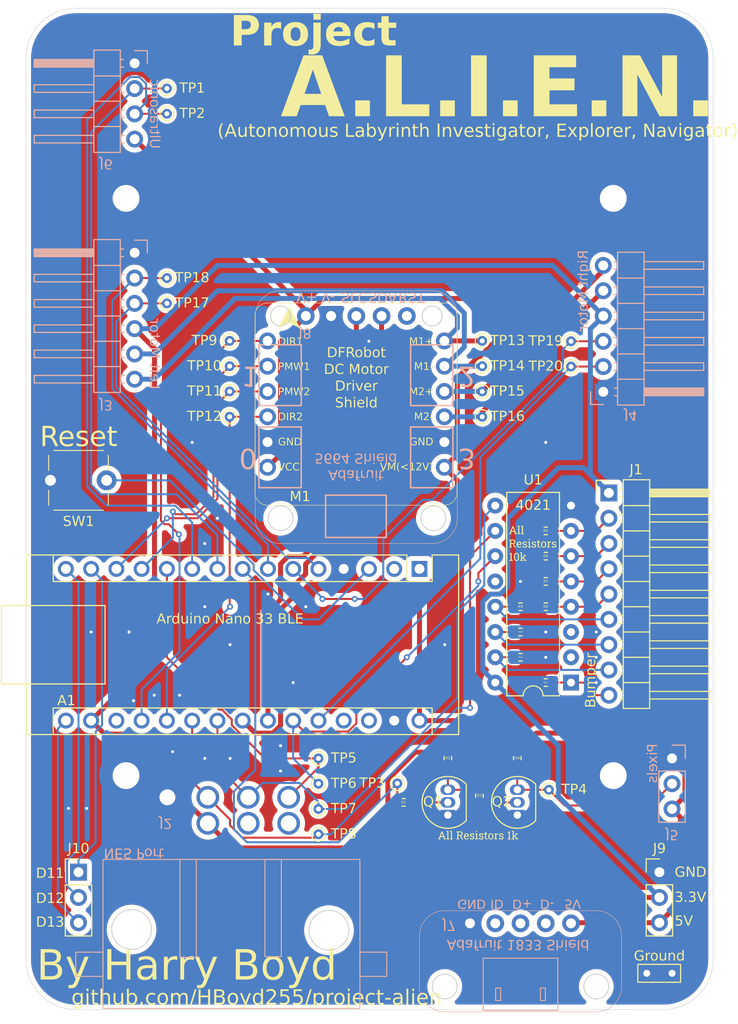
<source format=kicad_pcb>
(kicad_pcb (version 20240108) (generator "pcbnew") (generator_version "8.0")
  (title_block (title "A.L.I.E.N. Main Board") (date "2024-08-13") (rev "1.0") (comment 1 "Designed By: Harry Boyd"))
  (layers (0 "F.Cu" signal) (31 "B.Cu" signal) (34 "B.Paste" user) (35 "F.Paste" user) (36 "B.SilkS" user "B.Silkscreen") (37 "F.SilkS" user "F.Silkscreen") (38 "B.Mask" user) (39 "F.Mask" user) (44 "Edge.Cuts" user))
  (net 0 "")
  (net 1 "I2C_SCL")
  (net 3 "ENC1B")
  (net 4 "DIR1")
  (net 5 "I2C_SDA")
  (net 6 "PWM1")
  (net 8 "D12")
  (net 9 "USONIC_ECHO")
  (net 10 "+3.3V")
  (net 12 "D11")
  (net 13 "DIR2")
  (net 14 "USONIC_TRIG")
  (net 15 "PWM2")
  (net 16 "ENC2A")
  (net 17 "ENC2B")
  (net 18 "D13")
  (net 19 "Net-(A1-~{RESET}-Pad3)")
  (net 20 "ENC1A")
  (net 22 "PIXELS_DATA_3.3V")
  (net 23 "M1-")
  (net 30 "NES_DATA")
  (net 31 "BUMPER_DATA")
  (net 32 "SHIFT_REG_LOAD")
  (net 33 "SHIFT_REG_CLOCK")
  (net 34 "Net-(J1-Pin_6)")
  (net 35 "Net-(J1-Pin_8)")
  (net 36 "+5V")
  (net 37 "Net-(J1-Pin_7)")
  (net 38 "Net-(J1-Pin_2)")
  (net 39 "Net-(J1-Pin_5)")
  (net 40 "Net-(J1-Pin_3)")
  (net 41 "Net-(J1-Pin_4)")
  (net 42 "GND")
  (net 43 "M1+")
  (net 44 "M2+")
  (net 45 "M2-")
  (net 46 "PIXELS_DATA_5V")
  (net 47 "Net-(Q1-B)")
  (net 48 "Net-(Q1-C)")
  (net 49 "Net-(Q2-B)")
  (net 53 "Net-(J1-Pin_9)")
  (footprint "TestPoint:TestPoint_THTPad_D1.0mm_Drill0.5mm" (layer "F.Cu") (at 124.421974 86.321974)
    (property "Reference" "TP9")
    (property "Value" "TestPoint" (hide yes))
  )
  (footprint "Resistor_SMD:R_0402_1005Metric_Pad0.72x0.64mm_HandSolder" (layer "F.Cu") (at 156.21 107.95 180)
    (property "Reference" "R6" (hide yes))
    (property "Value" "10k" (hide yes))
  )
  (footprint "TestPoint:TestPoint_THTPad_D1.0mm_Drill0.5mm" (layer "F.Cu") (at 158.75 88.9)
    (property "Reference" "TP20")
    (property "Value" "TestPoint" (hide yes))
  )
  (footprint "TestPoint:TestPoint_THTPad_D1.0mm_Drill0.5mm" (layer "F.Cu") (at 124.421974 91.401974)
    (property "Reference" "TP11")
    (property "Value" "TestPoint" (hide yes))
  )
  (footprint "Module:Arduino_Nano" (layer "F.Cu") (at 143.51 109.23 -90)
    (property "Reference" "A1")
    (property "Value" "Arduino Nano 33 BLE")
  )
  (footprint "MountingHole:MountingHole_2.7mm_M2.5_Pad" (layer "F.Cu") (at 163 72)
    (property "Reference" "H4" (hide yes))
    (property "Value" "MountingHole_Pad" (hide yes))
  )
  (footprint "TestPoint:TestPoint_THTPad_D1.0mm_Drill0.5mm" (layer "F.Cu") (at 133.35 135.89)
    (property "Reference" "TP8")
    (property "Value" "TestPoint" (hide yes))
  )
  (footprint "Resistor_SMD:R_0402_1005Metric_Pad0.72x0.64mm_HandSolder" (layer "F.Cu") (at 141.919399 132.688321 180)
    (property "Reference" "R1" (hide yes))
    (property "Value" "1k" (hide yes))
  )
  (footprint "Resistor_SMD:R_0402_1005Metric_Pad0.72x0.64mm_HandSolder" (layer "F.Cu") (at 153.67 118.11)
    (property "Reference" "R11" (hide yes))
    (property "Value" "10k" (hide yes))
  )
  (footprint "TestPoint:TestPoint_THTPad_D1.0mm_Drill0.5mm" (layer "F.Cu") (at 124.421974 93.941974)
    (property "Reference" "TP12")
    (property "Value" "TestPoint" (hide yes))
  )
  (footprint "Resistor_SMD:R_0402_1005Metric_Pad0.72x0.64mm_HandSolder" (layer "F.Cu") (at 153.67 113.03)
    (property "Reference" "R9" (hide yes))
    (property "Value" "10k" (hide yes))
  )
  (footprint "DFRobot_DC_Motor_Driver_Shield:DFRobot_DC_Motor_Driver_Shield" (layer "F.Cu") (at 137.16 92.71)
    (property "Reference" "M1")
    (property "Value" "~" (hide yes))
  )
  (footprint "Resistor_SMD:R_0402_1005Metric_Pad0.72x0.64mm_HandSolder" (layer "F.Cu") (at 153.67 115.57)
    (property "Reference" "R10" (hide yes))
    (property "Value" "10k" (hide yes))
  )
  (footprint "TestPoint:TestPoint_THTPad_D1.0mm_Drill0.5mm" (layer "F.Cu") (at 149.821974 91.401974)
    (property "Reference" "TP15")
    (property "Value" "TestPoint" (hide yes))
  )
  (footprint "MountingHole:MountingHole_2.7mm_M2.5_Pad" (layer "F.Cu") (at 114 72)
    (property "Reference" "H1" (hide yes))
    (property "Value" "MountingHole_Pad" (hide yes))
  )
  (footprint "TestPoint:TestPoint_THTPad_D1.0mm_Drill0.5mm" (layer "F.Cu") (at 141.284399 130.783321)
    (property "Reference" "TP3")
    (property "Value" "TestPoint" (hide yes))
  )
  (footprint "MountingHole:MountingHole_2.7mm_M2.5_Pad" (layer "F.Cu") (at 163 130)
    (property "Reference" "H3" (hide yes))
    (property "Value" "MountingHole_Pad" (hide yes))
  )
  (footprint "Package_DIP:DIP-16_W7.62mm" (layer "F.Cu") (at 158.75 120.65 180)
    (property "Reference" "U1")
    (property "Value" "4021")
  )
  (footprint "Resistor_SMD:R_0402_1005Metric_Pad0.72x0.64mm_HandSolder" (layer "F.Cu") (at 156.21 113.03 180)
    (property "Reference" "R8" (hide yes))
    (property "Value" "10k" (hide yes))
  )
  (footprint "TestPoint:TestPoint_THTPad_D1.0mm_Drill0.5mm" (layer "F.Cu") (at 149.821974 93.941974)
    (property "Reference" "TP16")
    (property "Value" "TestPoint" (hide yes))
  )
  (footprint "Connector_PinHeader_2.54mm:PinHeader_1x03_P2.54mm_Vertical" (layer "F.Cu") (at 167.64 139.7)
    (property "Reference" "J9")
    (property "Value" "Voltage Breakout")
  )
  (footprint "TestPoint:TestPoint_THTPad_D1.0mm_Drill0.5mm" (layer "F.Cu") (at 118.11 63.5)
    (property "Reference" "TP2")
    (property "Value" "TestPoint" (hide yes))
  )
  (footprint "Package_TO_SOT_THT:TO-92_Inline" (layer "F.Cu") (at 153.349399 133.958321 90)
    (property "Reference" "Q2")
    (property "Value" "2N3904" (hide yes))
  )
  (footprint "TestPoint:TestPoint_THTPad_D1.0mm_Drill0.5mm" (layer "F.Cu") (at 133.35 133.35)
    (property "Reference" "TP7")
    (property "Value" "TestPoint" (hide yes))
  )
  (footprint "Resistor_SMD:R_0402_1005Metric_Pad0.72x0.64mm_HandSolder" (layer "F.Cu") (at 149.539399 132.015821 -90)
    (property "Reference" "R3" (hide yes))
    (property "Value" "1k" (hide yes))
  )
  (footprint "TestPoint:TestPoint_Bridge_Pitch2.54mm_Drill0.7mm" (layer "F.Cu") (at 166.37 149.86)
    (property "Reference" "GND1" (hide yes))
    (property "Value" "Ground")
  )
  (footprint "TestPoint:TestPoint_THTPad_D1.0mm_Drill0.5mm" (layer "F.Cu") (at 158.75 86.36)
    (property "Reference" "TP19")
    (property "Value" "TestPoint" (hide yes))
  )
  (footprint "Two_Pin_Through_Hole_Push_Button:Two_Pin_Through_Hole_Push_Button" (layer "F.Cu") (at 109.22 100.33)
    (property "Reference" "SW1")
    (property "Value" "Reset")
  )
  (footprint "TestPoint:TestPoint_THTPad_D1.0mm_Drill0.5mm" (layer "F.Cu") (at 133.35 130.81)
    (property "Reference" "TP6")
    (property "Value" "TestPoint" (hide yes))
  )
  (footprint "TestPoint:TestPoint_THTPad_D1.0mm_Drill0.5mm" (layer "F.Cu") (at 118.11 60.96)
    (property "Reference" "TP1")
    (property "Value" "TestPoint" (hide yes))
  )
  (footprint "TestPoint:TestPoint_THTPad_D1.0mm_Drill0.5mm" (layer "F.Cu") (at 133.35 128.27)
    (property "Reference" "TP5")
    (property "Value" "TestPoint" (hide yes))
  )
  (footprint "Resistor_SMD:R_0402_1005Metric_Pad0.72x0.64mm_HandSolder" (layer "F.Cu") (at 156.21 110.49 180)
    (property "Reference" "R7" (hide yes))
    (property "Value" "10k" (hide yes))
  )
  (footprint "TestPoint:TestPoint_THTPad_D1.0mm_Drill0.5mm" (layer "F.Cu") (at 156.524399 131.418321)
    (property "Reference" "TP4")
    (property "Value" "TestPoint" (hide yes))
  )
  (footprint "TestPoint:TestPoint_THTPad_D1.0mm_Drill0.5mm" (layer "F.Cu") (at 149.821974 86.321974)
    (property "Reference" "TP13")
    (property "Value" "TestPoint" (hide yes))
  )
  (footprint "MountingHole:MountingHole_2.7mm_M2.5_Pad" (layer "F.Cu") (at 114 130)
    (property "Reference" "H2" (hide yes))
    (property "Value" "MountingHole_Pad" (hide yes))
  )
  (footprint "Resistor_SMD:R_0402_1005Metric_Pad0.72x0.64mm_HandSolder" (layer "F.Cu") (at 153.349399 128.243321 -90)
    (property "Reference" "R4" (hide yes))
    (property "Value" "1k" (hide yes))
  )
  (footprint "TestPoint:TestPoint_THTPad_D1.0mm_Drill0.5mm" (layer "F.Cu") (at 149.821974 88.861974)
    (property "Reference" "TP14")
    (property "Value" "TestPoint" (hide yes))
  )
  (footprint "Resistor_SMD:R_0402_1005Metric_Pad0.72x0.64mm_HandSolder" (layer "F.Cu") (at 156.21 105.41 180)
    (property "Reference" "R5" (hide yes))
    (property "Value" "10k" (hide yes))
  )
  (footprint "TestPoint:TestPoint_THTPad_D1.0mm_Drill0.5mm" (layer "F.Cu") (at 118.11 80.01 180)
    (property "Reference" "TP18")
    (property "Value" "TestPoint" (hide yes))
  )
  (footprint "TestPoint:TestPoint_THTPad_D1.0mm_Drill0.5mm" (layer "F.Cu") (at 118.11 82.55 180)
    (property "Reference" "TP17")
    (property "Value" "TestPoint" (hide yes))
  )
  (footprint "Connector_PinHeader_2.54mm:PinHeader_1x09_P2.54mm_Horizontal" (layer "F.Cu") (at 162.56 101.6)
    (property "Reference" "J1")
    (property "Value" "Bumper ")
  )
  (footprint "Resistor_SMD:R_0402_1005Metric_Pad0.72x0.64mm_HandSolder" (layer "F.Cu") (at 156.21 120.65 180)
    (property "Reference" "R12" (hide yes))
    (property "Value" "10k" (hide yes))
  )
  (footprint "TestPoint:TestPoint_THTPad_D1.0mm_Drill0.5mm" (layer "F.Cu") (at 124.421974 88.861974)
    (property "Reference" "TP10")
    (property "Value" "TestPoint" (hide yes))
  )
  (footprint "Package_TO_SOT_THT:TO-92_Inline" (layer "F.Cu") (at 146.364399 133.958321 90)
    (property "Reference" "Q1")
    (property "Value" "2N3904" (hide yes))
  )
  (footprint "Connector_PinHeader_2.54mm:PinHeader_1x03_P2.54mm_Vertical" (layer "F.Cu") (at 109.22 139.7)
    (property "Reference" "J10")
    (property "Value" "Excess GPIO Pins")
  )
  (footprint "Resistor_SMD:R_0402_1005Metric_Pad0.72x0.64mm_HandSolder" (layer "F.Cu") (at 146.364399 128.243321 -90)
    (property "Reference" "R2" (hide yes))
    (property "Value" "1k" (hide yes))
  )
  (footprint "Connector_PinHeader_2.54mm:PinHeader_1x04_P2.54mm_Horizontal" (layer "B.Cu") (at 114.865 58.43 180)
    (property "Reference" "J6")
    (property "Value" "Ultrasonic")
  )
  (footprint "Adafruit_5664_Shield:Adafruit_5664_Shield" (layer "B.Cu") (at 137.12 93.82)
    (property "Reference" "J8")
    (property "Value" "I2C Multiplexer" (hide yes))
    (fp_circle (center -7.58 -10) (end -6.58 -10) (stroke (width 0.1)) (fill none) (layer "Edge.Cuts"))
    (fp_circle (center -7.58 10.32) (end -6.33 10.32) (stroke (width 0.1)) (fill none) (layer "Edge.Cuts"))
    (fp_circle (center 7.66 -10) (end 8.66 -10) (stroke (width 0.1)) (fill none) (layer "Edge.Cuts"))
    (fp_circle (center 7.788008 10.319406) (end 9.038008 10.319406) (stroke (width 0.1)) (fill none) (layer "Edge.Cuts"))
  )
  (footprint "Adafruit_1833_Shield:Adafruit_1833_Shield" (layer "B.Cu") (at 153.67 148.59)
    (property "Reference" "J7" (hide yes))
    (property "Value" "Micro USB" (hide yes))
    (fp_circle (center -7.619999 2.599999) (end -6.369999 2.599999) (stroke (width 0.1)) (fill none) (layer "Edge.Cuts"))
    (fp_circle (center 7.62 2.6) (end 8.87 2.6) (stroke (width 0.1)) (fill none) (layer "Edge.Cuts"))
  )
  (footprint "Connector_PinHeader_2.54mm:PinHeader_1x06_P2.54mm_Horizontal" (layer "B.Cu") (at 161.995 91.44)
    (property "Reference" "J4")
    (property "Value" "Right Motor")
  )
  (footprint "Connector_PinHeader_2.54mm:PinHeader_1x03_P2.54mm_Vertical" (layer "B.Cu") (at 168.91 128.27 180)
    (property "Reference" "J5")
    (property "Value" "Pixels")
  )
  (footprint "NES_Controller_Port:NES_Controller_Port" (layer "B.Cu") (at 124.520224 138.425679)
    (property "Reference" "J2")
    (property "Value" "~")
    (fp_circle (center -9.961073 7.037432) (end -7.961073 7.037432) (stroke (width 0.1)) (fill none) (layer "Edge.Cuts"))
    (fp_circle (center 9.88992 7.10518) (end 11.88992 7.10518) (stroke (width 0.1)) (fill none) (layer "Edge.Cuts"))
  )
  (footprint "Connector_PinHeader_2.54mm:PinHeader_1x06_P2.54mm_Horizontal" (layer "B.Cu") (at 114.865 77.47 180)
    (property "Reference" "J3")
    (property "Value" "Left Motor")
  )
  (gr_arc (start 173.05 148.5) (mid 171.585534 152.035534) (end 168.05 153.5) (stroke (width 0.05)) (layer "Edge.Cuts"))
  (gr_line (start 173.05 148.5) (end 173.05 57.9) (stroke (width 0.05)) (layer "Edge.Cuts"))
  (gr_line (start 168.05 52.9) (end 108.95 52.9) (stroke (width 0.05)) (layer "Edge.Cuts"))
  (gr_line (start 108.95 153.5) (end 168.05 153.5) (stroke (width 0.05)) (layer "Edge.Cuts"))
  (gr_arc (start 108.95 153.5) (mid 105.414466 152.035534) (end 103.95 148.5) (stroke (width 0.05)) (layer "Edge.Cuts"))
  (gr_arc (start 168.05 52.9) (mid 171.585534 54.364466) (end 173.05 57.9) (stroke (width 0.05)) (layer "Edge.Cuts"))
  (gr_arc (start 103.95 57.9) (mid 105.414466 54.364466) (end 108.95 52.9) (stroke (width 0.05)) (layer "Edge.Cuts"))
  (gr_line (start 103.95 57.9) (end 103.95 148.5) (stroke (width 0.05)) (layer "Edge.Cuts"))
  (gr_text "NES Port" (at 111.76 137.16 180) (layer "B.SilkS") (effects (font (size 1 1) (thickness 0.1)) (justify left bottom mirror)))
  (gr_text "D11" (at 104.932915 140.435562 0) (layer "F.SilkS") (effects (font (size 1 1) (thickness 0.1)) (justify left bottom)))
  (gr_text "A.L.I.E.N." (at 129.54 64.77 0) (layer "F.SilkS") (effects (font (size 6 6) (thickness 0.2) (bold yes)) (justify left bottom)))
  (gr_text "Project" (at 124.46 57.15 0) (layer "F.SilkS") (effects (font (size 3 3) (thickness 0.26) (bold yes)) (justify left bottom)))
  (gr_text "3.3V\n" (at 169.16938 142.849229 0) (layer "F.SilkS") (effects (font (size 1 1) (thickness 0.1)) (justify left bottom)))
  (gr_text "D13" (at 104.932915 145.345181 0) (layer "F.SilkS") (effects (font (size 1 1) (thickness 0.1)) (justify left bottom)))
  (gr_text "5V" (at 169.16938 145.235469 0) (layer "F.SilkS") (effects (font (size 1 1) (thickness 0.1)) (justify left bottom)))
  (gr_text "D12" (at 104.932915 142.958941 0) (layer "F.SilkS") (effects (font (size 1 1) (thickness 0.1)) (justify left bottom)))
  (gr_text "By Harry Boyd" (at 105 151 0) (layer "F.SilkS") (effects (font (size 3 3) (thickness 0.1)) (justify left bottom)))
  (gr_text "github.com/HBoyd255/project-alien" (at 108.5 153.25 0) (layer "F.SilkS") (effects (font (size 1.5 1.5) (thickness 0.1)) (justify left bottom)))
  (gr_text "(Autonomous Labyrinth Investigator, Explorer, Navigator)" (at 123.19 66.04 0) (layer "F.SilkS") (effects (font (size 1.3 1.3) (thickness 0.1)) (justify left bottom)))
  (gr_text "GND" (at 169.16938 140.32585 0) (layer "F.SilkS") (effects (font (size 1 1) (thickness 0.1)) (justify left bottom)))
  (gr_text_box "All Resistors 10k\n" (start 151.887236 104.333392) (end 154.387236 108.583392) (layer "F.SilkS") (effects (font (size 0.8 0.8) (thickness 0.1)) (justify left top)) (border no))
  (gr_text_box "All Resistors 1k" (start 144.75 135) (end 155.75 139.25) (layer "F.SilkS") (effects (font (size 0.8 0.8) (thickness 0.1)) (justify left top)) (border no))
  (segment (start 137.16 102.626116) (end 137.16 83.82) (width 0.5) (layer "F.Cu") (net 1))
  (segment (start 130.292233 107.98) (end 131.806116 107.98) (width 0.5) (layer "F.Cu") (net 1))
  (segment (start 129.54 112.307767) (end 129.54 108.732233) (width 0.5) (layer "F.Cu") (net 1))
  (segment (start 128.27 113.577767) (end 129.54 112.307767) (width 0.5) (layer "F.Cu") (net 1))
  (segment (start 131.806116 107.98) (end 137.16 102.626116) (width 0.5) (layer "F.Cu") (net 1))
  (segment (start 128.27 124.47) (end 128.27 113.577767) (width 0.5) (layer "F.Cu") (net 1))
  (segment (start 129.54 108.732233) (end 130.292233 107.98) (width 0.5) (layer "F.Cu") (net 1))
  (segment (start 118.11 80.01) (end 114.865 80.01) (width 0.2) (layer "F.Cu") (net 3))
  (segment (start 128.27 109.23) (end 128.27 106.756982) (width 0.2) (layer "B.Cu") (net 3))
  (segment (start 128.27 106.756982) (end 112.615 91.10198) (width 0.2) (layer "B.Cu") (net 3))
  (segment (start 112.615 82.26) (end 114.865 80.01) (width 0.2) (layer "B.Cu") (net 3))
  (segment (start 112.615 91.10198) (end 112.615 82.26) (width 0.2) (layer "B.Cu") (net 3))
  (segment (start 124.421974 86.321974) (end 128.231974 86.321974) (width 0.2) (layer "F.Cu") (net 4))
  (segment (start 117.861471 104.74) (end 117.51 104.388529) (width 0.2) (layer "F.Cu") (net 4))
  (segment (start 119.31 105.7625) (end 118.2875 104.74) (width 0.2) (layer "F.Cu") (net 4))
  (segment (start 117.51 93.233948) (end 124.421974 86.321974) (width 0.2) (layer "F.Cu") (net 4))
  (segment (start 118.2875 104.74) (end 117.861471 104.74) (width 0.2) (layer "F.Cu") (net 4))
  (segment (start 117.51 104.388529) (end 117.51 93.233948) (width 0.2) (layer "F.Cu") (net 4))
  (via (at 119.31 105.7625) (size 0.6) (drill 0.3) (layers "F.Cu" "B.Cu") (net 4))
  (segment (start 119.38 117.544314) (end 115.57 121.354314) (width 0.2) (layer "B.Cu") (net 4))
  (segment (start 115.57 121.354314) (end 115.57 124.47) (width 0.2) (layer "B.Cu") (net 4))
  (segment (start 119.38 105.8325) (end 119.38 117.544314) (width 0.2) (layer "B.Cu") (net 4))
  (segment (start 119.31 105.7625) (end 119.38 105.8325) (width 0.2) (layer "B.Cu") (net 4))
  (segment (start 126.99 125.73) (end 128.777767 125.73) (width 0.5) (layer "F.Cu") (net 5))
  (segment (start 129.54 113.297717) (end 130.81 112.027717) (width 0.5) (layer "F.Cu") (net 5))
  (segment (start 139.7 101.112233) (end 139.7 83.82) (width 0.5) (layer "F.Cu") (net 5))
  (segment (start 132.06 108.752233) (end 139.7 101.112233) (width 0.5) (layer "F.Cu") (net 5))
  (segment (start 132.06 109.747767) (end 132.06 108.752233) (width 0.5) (layer "F.Cu") (net 5))
  (segment (start 130.81 112.027717) (end 130.81 110.997767) (width 0.5) (layer "F.Cu") (net 5))
  (segment (start 129.54 124.967767) (end 129.54 113.297717) (width 0.5) (layer "F.Cu") (net 5))
  (segment (start 130.81 110.997767) (end 132.06 109.747767) (width 0.5) (layer "F.Cu") (net 5))
  (segment (start 128.777767 125.73) (end 129.54 124.967767) (width 0.5) (layer "F.Cu") (net 5))
  (segment (start 125.73 124.47) (end 126.99 125.73) (width 0.5) (layer "F.Cu") (net 5))
  (segment (start 121.05 103.74) (end 122.79 102) (width 0.2) (layer "F.Cu") (net 6))
  (segment (start 118.71 103.47) (end 118.98 103.74) (width 0.2) (layer "F.Cu") (net 6))
  (segment (start 128.231974 88.861974) (end 124.421974 88.861974) (width 0.2) (layer "F.Cu") (net 6))
  (segment (start 118.98 103.74) (end 121.05 103.74) (width 0.2) (layer "F.Cu") (net 6))
  (segment (start 122.79 102) (end 122.79 90.493948) (width 0.2) (layer "F.Cu") (net 6))
  (segment (start 124.421974 88.861974) (end 124.46 88.9) (width 0.2) (layer "F.Cu") (net 6))
  (segment (start 122.79 90.493948) (end 124.421974 88.861974) (width 0.2) (layer "F.Cu") (net 6))
  (via (at 118.71 103.47) (size 0.6) (drill 0.3) (layers "F.Cu" "B.Cu") (net 6))
  (segment (start 118.71 103.47) (end 118.71 106.09) (width 0.2) (layer "B.Cu") (net 6))
  (segment (start 118.71 106.09) (end 115.57 109.23) (width 0.2) (layer "B.Cu") (net 6))
  (segment (start 109.22 110.5) (end 107.95 109.23) (width 0.2) (layer "B.Cu") (net 8))
  (segment (start 109.22 142.24) (end 108.07 141.09) (width 0.2) (layer "B.Cu") (net 8))
  (segment (start 108.07 141.09) (end 108.07 138.55) (width 0.2) (layer "B.Cu") (net 8))
  (segment (start 108.07 138.55) (end 109.22 137.4) (width 0.2) (layer "B.Cu") (net 8))
  (segment (start 109.22 137.4) (end 109.22 110.5) (width 0.2) (layer "B.Cu") (net 8))
  (segment (start 116.84 60.96) (end 116.83 60.97) (width 0.2) (layer "F.Cu") (net 9))
  (segment (start 116.83 60.97) (end 114.865 60.97) (width 0.2) (layer "F.Cu") (net 9))
  (segment (start 118.11 60.96) (end 116.84 60.96) (width 0.2) (layer "F.Cu") (net 9))
  (segment (start 110.49 100.754899) (end 110.49 65.345) (width 0.2) (layer "B.Cu") (net 9))
  (segment (start 119.078529 101.73) (end 111.465101 101.73) (width 0.2) (layer "B.Cu") (net 9))
  (segment (start 110.49 65.345) (end 114.865 60.97) (width 0.2) (layer "B.Cu") (net 9))
  (segment (start 111.465101 101.73) (end 110.49 100.754899) (width 0.2) (layer "B.Cu") (net 9))
  (segment (start 123.19 105.841471) (end 119.078529 101.73) (width 0.2) (layer "B.Cu") (net 9))
  (segment (start 123.19 109.23) (end 123.19 105.841471) (width 0.2) (layer "B.Cu") (net 9))
  (segment (start 116.86 87.085) (end 114.865 85.09) (width 0.5) (layer "F.Cu") (net 10))
  (segment (start 111.845227 125.825227) (end 110.49 124.47) (width 0.5) (layer "F.Cu") (net 10))
  (segment (start 116.86 118.1) (end 116.86 87.085) (width 0.5) (layer "F.Cu") (net 10))
  (segment (start 122.226569 134.790426) (end 119.755569 132.319426) (width 0.5) (layer "F.Cu") (net 10))
  (segment (start 122.226569 134.790426) (end 124.701656 137.265513) (width 0.5) (layer "F.Cu") (net 10))
  (segment (start 140.334399 130.389818) (end 140.334399 132.925425) (width 0.5) (layer "F.Cu") (net 10))
  (segment (start 119.755569 131.300796) (end 114.28 125.825227) (width 0.5) (layer "F.Cu") (net 10))
  (segment (start 149.648974 142.24) (end 167.64 142.24) (width 0.5) (layer "F.Cu") (net 10))
  (segment (start 124.701656 137.265513) (end 135.994311 137.265513) (width 0.5) (layer "F.Cu") (net 10))
  (segment (start 135.994311 137.265513) (end 140.334399 132.925425) (width 0.5) (layer "F.Cu") (net 10))
  (segment (start 114.28 125.825227) (end 111.845227 125.825227) (width 0.5) (layer "F.Cu") (net 10))
  (segment (start 119.755569 132.319426) (end 119.755569 131.300796) (width 0.5) (layer "F.Cu") (net 10))
  (segment (start 143.078396 127.645821) (end 140.334399 130.389818) (width 0.5) (layer "F.Cu") (net 10))
  (segment (start 110.49 124.47) (end 116.86 118.1) (width 0.5) (layer "F.Cu") (net 10))
  (segment (start 146.364399 127.645821) (end 143.078396 127.645821) (width 0.5) (layer "F.Cu") (net 10))
  (segment (start 140.334399 132.925425) (end 149.648974 142.24) (width 0.5) (layer "F.Cu") (net 10))
  (segment (start 151.13 120.65) (end 157.474399 126.994399) (width 0.5) (layer "B.Cu") (net 10))
  (segment (start 151.627767 111.76) (end 152.4 110.987767) (width 0.5) (layer "B.Cu") (net 10))
  (segment (start 152.4 104.14) (end 157.48 99.06) (width 0.5) (layer "B.Cu") (net 10))
  (segment (start 151.13 120.65) (end 149.88 119.4) (width 0.5) (layer "B.Cu") (net 10))
  (segment (start 160.695 99.735) (end 160.695 85.12) (width 0.5) (layer "B.Cu") (net 10))
  (segment (start 119.06 82.943503) (end 119.06 82.87) (width 0.5) (layer "B.Cu") (net 10))
  (segment (start 160.695 85.12) (end 161.995 83.82) (width 0.5) (layer "B.Cu") (net 10))
  (segment (start 152.4 110.987767) (end 152.4 104.14) (width 0.5) (layer "B.Cu") (net 10))
  (segment (start 119.06 82.87) (end 123.19 78.74) (width 0.5) (layer "B.Cu") (net 10))
  (segment (start 116.913503 85.09) (end 119.06 82.943503) (width 0.5) (layer "B.Cu") (net 10))
  (segment (start 156.915 78.74) (end 161.995 83.82) (width 0.5) (layer "B.Cu") (net 10))
  (segment (start 150.632233 111.76) (end 151.627767 111.76) (width 0.5) (layer "B.Cu") (net 10))
  (segment (start 162.56 101.6) (end 160.695 99.735) (width 0.5) (layer "B.Cu") (net 10))
  (segment (start 160.02 99.06) (end 162.56 101.6) (width 0.5) (layer "B.Cu") (net 10))
  (segment (start 114.865 85.09) (end 116.913503 85.09) (width 0.5) (layer "B.Cu") (net 10))
  (segment (start 149.88 112.512233) (end 150.632233 111.76) (width 0.5) (layer "B.Cu") (net 10))
  (segment (start 157.48 99.06) (end 160.02 99.06) (width 0.5) (layer "B.Cu") (net 10))
  (segment (start 149.88 119.4) (end 149.88 112.512233) (width 0.5) (layer "B.Cu") (net 10))
  (segment (start 157.474399 132.074399) (end 167.64 142.24) (width 0.5) (layer "B.Cu") (net 10))
  (segment (start 123.19 78.74) (end 156.915 78.74) (width 0.5) (layer "B.Cu") (net 10))
  (segment (start 157.474399 126.994399) (end 157.474399 132.074399) (width 0.5) (layer "B.Cu") (net 10))
  (segment (start 109.22 139.7) (end 109.22 138.43) (width 0.2) (layer "B.Cu") (net 12))
  (segment (start 111.59 110.33) (end 110.49 109.23) (width 0.2) (layer "B.Cu") (net 12))
  (segment (start 109.22 138.43) (end 110.945635 136.704365) (width 0.2) (layer "B.Cu") (net 12))
  (segment (start 110.945635 136.704365) (end 110.945635 125.57) (width 0.2) (layer "B.Cu") (net 12))
  (segment (start 110.945635 125.57) (end 111.59 124.925635) (width 0.2) (layer "B.Cu") (net 12))
  (segment (start 111.59 124.925635) (end 111.59 110.33) (width 0.2) (layer "B.Cu") (net 12))
  (segment (start 128.231974 93.941974) (end 124.421974 93.941974) (width 0.2) (layer "F.Cu") (net 13))
  (segment (start 124.421974 112.991974) (end 124.46 113.03) (width 0.2) (layer "F.Cu") (net 13))
  (segment (start 124.421974 93.941974) (end 124.421974 112.991974) (width 0.2) (layer "F.Cu") (net 13))
  (via (at 124.46 113.03) (size 0.6) (drill 0.3) (layers "F.Cu" "B.Cu") (net 13))
  (segment (start 118.11 119.38) (end 118.11 124.47) (width 0.2) (layer "B.Cu") (net 13))
  (segment (start 124.46 113.03) (end 118.11 119.38) (width 0.2) (layer "B.Cu") (net 13))
  (segment (start 114.875 63.5) (end 114.865 63.51) (width 0.2) (layer "F.Cu") (net 14))
  (segment (start 118.11 63.5) (end 114.875 63.5) (width 0.2) (layer "F.Cu") (net 14))
  (segment (start 114.388654 59.82) (end 110.09 64.118654) (width 0.2) (layer "B.Cu") (net 14))
  (segment (start 115.341346 59.82) (end 114.388654 59.82) (width 0.2) (layer "B.Cu") (net 14))
  (segment (start 120.65 104.561471) (end 120.65 109.23) (width 0.2) (layer "B.Cu") (net 14))
  (segment (start 112.039415 102.87) (end 118.958529 102.87) (width 0.2) (layer "B.Cu") (net 14))
  (segment (start 114.865 63.51) (end 116.015 62.36) (width 0.2) (layer "B.Cu") (net 14))
  (segment (start 118.958529 102.87) (end 120.65 104.561471) (width 0.2) (layer "B.Cu") (net 14))
  (segment (start 116.015 62.36) (end 116.015 60.493654) (width 0.2) (layer "B.Cu") (net 14))
  (segment (start 110.09 100.920585) (end 112.039415 102.87) (width 0.2) (layer "B.Cu") (net 14))
  (segment (start 110.09 64.118654) (end 110.09 100.920585) (width 0.2) (layer "B.Cu") (net 14))
  (segment (start 116.015 60.493654) (end 115.341346 59.82) (width 0.2) (layer "B.Cu") (net 14))
  (segment (start 124.421974 91.401974) (end 128.231974 91.401974) (width 0.2) (layer "F.Cu") (net 15))
  (segment (start 123.19 92.633948) (end 124.421974 91.401974) (width 0.2) (layer "F.Cu") (net 15))
  (segment (start 118.11 104.14) (end 121.215685 104.14) (width 0.2) (layer "F.Cu") (net 15))
  (segment (start 123.19 102.165685) (end 123.19 92.633948) (width 0.2) (layer "F.Cu") (net 15))
  (segment (start 121.215685 104.14) (end 123.19 102.165685) (width 0.2) (layer "F.Cu") (net 15))
  (via (at 118.11 104.14) (size 0.6) (drill 0.3) (layers "F.Cu" "B.Cu") (net 15))
  (segment (start 113.03 109.22) (end 113.03 109.23) (width 0.2) (layer "B.Cu") (net 15))
  (segment (start 118.11 104.14) (end 113.03 109.22) (width 0.2) (layer "B.Cu") (net 15))
  (segment (start 137 112.25) (end 133.75 112.25) (width 0.2) (layer "F.Cu") (net 16))
  (segment (start 158.75 86.36) (end 161.995 86.36) (width 0.2) (layer "F.Cu") (net 16))
  (via (at 133.75 112.25) (size 0.6) (drill 0.3) (layers "F.Cu" "B.Cu") (net 16))
  (via (at 137 112.25) (size 0.6) (drill 0.3) (layers "F.Cu" "B.Cu") (net 16))
  (segment (start 139.87 106.234365) (end 143.814667 102.289698) (width 0.2) (layer "B.Cu") (net 16))
  (segment (start 137.94 112.25) (end 139.87 110.32) (width 0.2) (layer "B.Cu") (net 16))
  (segment (start 146.124314 100.96) (end 157.95 89.134314) (width 0.2) (layer "B.Cu") (net 16))
  (segment (start 157.95 87.16) (end 158.75 86.36) (width 0.2) (layer "B.Cu") (net 16))
  (segment (start 146.124314 100.969999) (end 146.124314 100.96) (width 0.2) (layer "B.Cu") (net 16))
  (segment (start 143.814667 102.289698) (end 144.804615 102.289698) (width 0.2) (layer "B.Cu") (net 16))
  (segment (start 133.75 112.17) (end 130.81 109.23) (width 0.2) (layer "B.Cu") (net 16))
  (segment (start 133.75 112.25) (end 133.75 112.17) (width 0.2) (layer "B.Cu") (net 16))
  (segment (start 137 112.25) (end 137.94 112.25) (width 0.2) (layer "B.Cu") (net 16))
  (segment (start 157.95 89.134314) (end 157.95 87.16) (width 0.2) (layer "B.Cu") (net 16))
  (segment (start 139.87 110.32) (end 139.87 106.234365) (width 0.2) (layer "B.Cu") (net 16))
  (segment (start 144.804615 102.289698) (end 146.124314 100.969999) (width 0.2) (layer "B.Cu") (net 16))
  (segment (start 161.995 88.9) (end 158.75 88.9) (width 0.2) (layer "F.Cu") (net 17))
  (segment (start 149.63 108.19) (end 149.63 98.02) (width 0.2) (layer "B.Cu") (net 17))
  (segment (start 133.35 124.47) (end 149.63 108.19) (width 0.2) (layer "B.Cu") (net 17))
  (segment (start 149.63 98.02) (end 158.75 88.9) (width 0.2) (layer "B.Cu") (net 17))
  (segment (start 107.150001 142.710001) (end 107.150001 125.269999) (width 0.2) (layer "B.Cu") (net 18))
  (segment (start 107.150001 125.269999) (end 107.95 124.47) (width 0.2) (layer "B.Cu") (net 18))
  (segment (start 109.22 144.78) (end 107.150001 142.710001) (width 0.2) (layer "B.Cu") (net 18))
  (segment (start 133.36 114.3) (end 131.784365 114.3) (width 0.2) (layer "B.Cu") (net 19))
  (segment (start 126.83 109.345635) (end 126.83 108.774365) (width 0.2) (layer "B.Cu") (net 19))
  (segment (start 118.385635 100.33) (end 112.045 100.33) (width 0.2) (layer "B.Cu") (net 19))
  (segment (start 131.784365 114.3) (end 126.83 109.345635) (width 0.2) (layer "B.Cu") (net 19))
  (segment (start 126.83 108.774365) (end 118.385635 100.33) (width 0.2) (layer "B.Cu") (net 19))
  (segment (start 138.43 109.23) (end 133.36 114.3) (width 0.2) (layer "B.Cu") (net 19))
  (segment (start 114.865 82.55) (end 118.11 82.55) (width 0.2) (layer "F.Cu") (net 20))
  (segment (start 113.015 84.4) (end 114.865 82.55) (width 0.2) (layer "B.Cu") (net 20))
  (segment (start 130.208704 108.13) (end 113.015 90.936295) (width 0.2) (layer "B.Cu") (net 20))
  (segment (start 133.35 109.23) (end 132.25 108.13) (width 0.2) (layer "B.Cu") (net 20))
  (segment (start 113.015 90.936295) (end 113.015 84.4) (width 0.2) (layer "B.Cu") (net 20))
  (segment (start 132.25 108.13) (end 130.208704 108.13) (width 0.2) (layer "B.Cu") (net 20))
  (segment (start 141.284399 130.783321) (end 141.284399 132.650821) (width 0.2) (layer "F.Cu") (net 22))
  (segment (start 141.284399 132.650821) (end 141.321899 132.688321) (width 0.2) (layer "F.Cu") (net 22))
  (segment (start 141.284399 130.783321) (end 135.37772 136.69) (width 0.2) (layer "B.Cu") (net 22))
  (segment (start 127 129.428884) (end 127 110.5) (width 0.2) (layer "B.Cu") (net 22))
  (segment (start 126.149432 136.69) (end 124.847569 135.388137) (width 0.2) (layer "B.Cu") (net 22))
  (segment (start 135.37772 136.69) (end 126.149432 136.69) (width 0.2) (layer "B.Cu") (net 22))
  (segment (start 127 110.5) (end 125.73 109.23) (width 0.2) (layer "B.Cu") (net 22))
  (segment (start 124.847569 135.388137) (end 124.847569 131.581315) (width 0.2) (layer "B.Cu") (net 22))
  (segment (start 124.847569 131.581315) (end 127 129.428884) (width 0.2) (layer "B.Cu") (net 22))
  (segment (start 148.02 83.53005) (end 145.76995 81.28) (width 0.5) (layer "B.Cu") (net 23))
  (segment (start 146.011974 88.861974) (end 146.05 88.9) (width 0.5) (layer "B.Cu") (net 23))
  (segment (start 145.76995 81.28) (end 123.19 81.28) (width 0.5) (layer "B.Cu") (net 23))
  (segment (start 146.05 88.9) (end 148.02 86.93) (width 0.5) (layer "B.Cu") (net 23))
  (segment (start 146.011974 88.861974) (end 149.821974 88.861974) (width 0.5) (layer "B.Cu") (net 23))
  (segment (start 123.19 81.28) (end 116.84 87.63) (width 0.5) (layer "B.Cu") (net 23))
  (segment (start 116.84 87.63) (end 114.865 87.63) (width 0.5) (layer "B.Cu") (net 23))
  (segment (start 148.02 86.93) (end 148.02 83.53005) (width 0.5) (layer "B.Cu") (net 23))
  (segment (start 118.11 118.11) (end 118.11 109.23) (width 0.2) (layer "F.Cu") (net 30))
  (segment (start 123.37 123.37) (end 118.11 118.11) (width 0.2) (layer "F.Cu") (net 30))
  (segment (start 133.35 129.183595) (end 130.354569 132.179026) (width 0.2) (layer "F.Cu") (net 30))
  (segment (start 127.974365 128.27) (end 124.63 124.925635) (width 0.2) (layer "F.Cu") (net 30))
  (segment (start 133.35 128.27) (end 127.974365 128.27) (width 0.2) (layer "F.Cu") (net 30))
  (segment (start 123.645635 123.37) (end 123.37 123.37) (width 0.2) (layer "F.Cu") (net 30))
  (segment (start 124.63 124.925635) (end 124.63 124.354365) (width 0.2) (layer "F.Cu") (net 30))
  (segment (start 124.63 124.354365) (end 123.645635 123.37) (width 0.2) (layer "F.Cu") (net 30))
  (segment (start 133.35 128.27) (end 133.35 129.183595) (width 0.2) (layer "F.Cu") (net 30))
  (segment (start 130.81 124.47) (end 131.91 125.57) (width 0.2) (layer "F.Cu") (net 31))
  (segment (start 131.91 125.57) (end 136.345635 125.57) (width 0.2) (layer "F.Cu") (net 31))
  (segment (start 149.43 110.49) (end 149.43 109.65) (width 0.2) (layer "F.Cu") (net 31))
  (segment (start 136.345635 125.57) (end 137.16 124.755635) (width 0.2) (layer "F.Cu") (net 31))
  (segment (start 137.16 124.755635) (end 137.16 123.19) (width 0.2) (layer "F.Cu") (net 31))
  (segment (start 149.43 109.65) (end 151.13 107.95) (width 0.2) (layer "F.Cu") (net 31))
  (segment (start 137.16 123.19) (end 142.24 118.11) (width 0.2) (layer "F.Cu") (net 31))
  (via (at 142.24 118.11) (size 0.6) (drill 0.3) (layers "F.Cu" "B.Cu") (net 31))
  (via (at 149.43 110.49) (size 0.6) (drill 0.3) (layers "F.Cu" "B.Cu") (net 31))
  (segment (start 142.24 118.11) (end 149.43 110.92) (width 0.2) (layer "B.Cu") (net 31))
  (segment (start 149.43 110.92) (end 149.43 110.49) (width 0.2) (layer "B.Cu") (net 31))
  (segment (start 133.35 130.81) (end 130.81 128.27) (width 0.2) (layer "B.Cu") (net 31))
  (segment (start 130.81 128.27) (end 130.81 124.47) (width 0.2) (layer "B.Cu") (net 31))
  (segment (start 123.19 129.078457) (end 126.290569 132.179026) (width 0.2) (layer "F.Cu") (net 32))
  (segment (start 123.19 124.47) (end 123.19 129.078457) (width 0.2) (layer "F.Cu") (net 32))
  (segment (start 131.443132 130.736026) (end 127.733569 130.736026) (width 0.2) (layer "B.Cu") (net 32))
  (segment (start 147.32 122.215635) (end 136.185635 133.35) (width 0.2) (layer "B.Cu") (net 32))
  (segment (start 133.35 133.35) (end 133.35 132.642894) (width 0.2) (layer "B.Cu") (net 32))
  (segment (start 150.03 110.885686) (end 147.32 113.595686) (width 0.2) (layer "B.Cu") (net 32))
  (segment (start 147.32 113.595686) (end 147.32 122.215635) (width 0.2) (layer "B.Cu") (net 32))
  (segment (start 150.03 103.97) (end 150.03 110.885686) (width 0.2) (layer "B.Cu") (net 32))
  (segment (start 127.733569 130.736026) (end 126.290569 132.179026) (width 0.2) (layer "B.Cu") (net 32))
  (segment (start 151.13 102.87) (end 150.03 103.97) (width 0.2) (layer "B.Cu") (net 32))
  (segment (start 136.185635 133.35) (end 133.35 133.35) (width 0.2) (layer "B.Cu") (net 32))
  (segment (start 133.35 132.642894) (end 131.443132 130.736026) (width 0.2) (layer "B.Cu") (net 32))
  (segment (start 125.692858 136.233426) (end 124.46 135.000568) (width 0.2) (layer "F.Cu") (net 33))
  (segment (start 124.46 134.412457) (end 122.226569 132.179026) (width 0.2) (layer "F.Cu") (net 33))
  (segment (start 120.65 124.47) (end 120.65 130.602457) (width 0.2) (layer "F.Cu") (net 33))
  (segment (start 151.13 105.41) (end 148.59 107.95) (width 0.2) (layer "F.Cu") (net 33))
  (segment (start 120.65 130.602457) (end 122.226569 132.179026) (width 0.2) (layer "F.Cu") (net 33))
  (segment (start 148.59 107.95) (end 148.59 123.19) (width 0.2) (layer "F.Cu") (net 33))
  (segment (start 133.006574 136.233426) (end 125.692858 136.233426) (width 0.2) (layer "F.Cu") (net 33))
  (segment (start 133.35 135.89) (end 133.006574 136.233426) (width 0.2) (layer "F.Cu") (net 33))
  (segment (start 124.46 135.000568) (end 124.46 134.412457) (width 0.2) (layer "F.Cu") (net 33))
  (via (at 148.59 123.19) (size 0.6) (drill 0.3) (layers "F.Cu" "B.Cu") (net 33))
  (segment (start 148.59 123.19) (end 147.32 123.19) (width 0.2) (layer "B.Cu") (net 33))
  (segment (start 147.32 123.19) (end 134.62 135.89) (width 0.2) (layer "B.Cu") (net 33))
  (segment (start 134.62 135.89) (end 133.35 135.89) (width 0.2) (layer "B.Cu") (net 33))
  (segment (start 151.13 113.03) (end 153.0725 113.03) (width 0.2) (layer "F.Cu") (net 34))
  (segment (start 152.4 114.3) (end 162.56 114.3) (width 0.2) (layer "B.Cu") (net 34))
  (segment (start 151.13 113.03) (end 152.4 114.3) (width 0.2) (layer "B.Cu") (net 34))
  (segment (start 153.0725 118.11) (end 151.13 118.11) (width 0.2) (layer "F.Cu") (net 35))
  (segment (start 152.4 119.38) (end 151.13 118.11) (width 0.2) (layer "B.Cu") (net 35))
  (segment (start 162.56 119.38) (end 152.4 119.38) (width 0.2) (layer "B.Cu") (net 35))
  (segment (start 168.91 133.35) (end 170.21 132.05) (width 0.5) (layer "F.Cu") (net 36))
  (segment (start 151.13 85.09) (end 151.13 86.36) (width 0.5) (layer "F.Cu") (net 36))
  (segment (start 129.54 97.713948) (end 129.54 86.36) (width 0.5) (layer "F.Cu") (net 36))
  (segment (start 148.100788 82.060788) (end 151.13 85.09) (width 0.5) (layer "F.Cu") (net 36))
  (segment (start 147.32 97.713948) (end 146.011974 99.021974) (width 0.5) (layer "F.Cu") (net 36))
  (segment (start 153.349399 127.645821) (end 150.173578 124.47) (width 0.5) (layer "F.Cu") (net 36))
  (segment (start 168.97 125.73) (end 155.26522 125.73) (width 0.5) (layer "F.Cu") (net 36))
  (segment (start 114.865 66.05) (end 132.08 83.265) (width 0.5) (layer "F.Cu") (net 36))
  (segment (start 150.173578 124.47) (end 143.51 124.47) (width 0.5) (layer "F.Cu") (net 36))
  (segment (start 147.32 90.020445) (end 147.32 97.713948) (width 0.5) (layer "F.Cu") (net 36))
  (segment (start 167.64 144.78) (end 158.81 144.78) (width 0.5) (layer "F.Cu") (net 36))
  (segment (start 169.76 142.66) (end 167.64 144.78) (width 0.5) (layer "F.Cu") (net 36))
  (segment (start 132.08 83.82) (end 133.839212 82.060788) (width 0.5) (layer "F.Cu") (net 36))
  (segment (start 128.231974 99.021974) (end 129.54 97.713948) (width 0.5) (layer "F.Cu") (net 36))
  (segment (start 147.32 107.95) (end 147.32 100.33) (width 0.5) (layer "F.Cu") (net 36))
  (segment (start 158.81 144.78) (end 158.75 144.84) (width 0.5) (layer "F.Cu") (net 36))
  (segment (start 170.21 126.97) (end 168.97 125.73) (width 0.5) (layer "F.Cu") (net 36))
  (segment (start 155.26522 125.73) (end 153.349399 127.645821) (width 0.5) (layer "F.Cu") (net 36))
  (segment (start 147.32 100.33) (end 146.011974 99.021974) (width 0.5) (layer "F.Cu") (net 36))
  (segment (start 169.76 134.2) (end 169.76 142.66) (width 0.5) (layer "F.Cu") (net 36))
  (segment (start 168.91 133.35) (end 169.76 134.2) (width 0.5) (layer "F.Cu") (net 36))
  (segment (start 133.839212 82.060788) (end 148.100788 82.060788) (width 0.5) (layer "F.Cu") (net 36))
  (segment (start 149.428471 87.911974) (end 147.32 90.020445) (width 0.5) (layer "F.Cu") (net 36))
  (segment (start 143.51 111.76) (end 147.32 107.95) (width 0.5) (layer "F.Cu") (net 36))
  (segment (start 149.578026 87.911974) (end 149.428471 87.911974) (width 0.5) (layer "F.Cu") (net 36))
  (segment (start 151.13 86.36) (end 149.578026 87.911974) (width 0.5) (layer "F.Cu") (net 36))
  (segment (start 129.54 86.36) (end 132.08 83.82) (width 0.5) (layer "F.Cu") (net 36))
  (segment (start 143.51 124.47) (end 143.51 111.76) (width 0.5) (layer "F.Cu") (net 36))
  (segment (start 132.08 83.265) (end 132.08 83.82) (width 0.5) (layer "F.Cu") (net 36))
  (segment (start 170.21 132.05) (end 170.21 126.97) (width 0.5) (layer "F.Cu") (net 36))
  (segment (start 153.0725 115.57) (end 151.13 115.57) (width 0.2) (layer "F.Cu") (net 37))
  (segment (start 151.13 115.57) (end 152.4 116.84) (width 0.2) (layer "B.Cu") (net 37))
  (segment (start 152.4 116.84) (end 162.56 116.84) (width 0.2) (layer "B.Cu") (net 37))
  (segment (start 156.8075 105.41) (end 158.75 105.41) (width 0.2) (layer "F.Cu") (net 38))
  (segment (start 161.29 105.41) (end 162.56 104.14) (width 0.2) (layer "F.Cu") (net 38))
  (segment (start 158.75 105.41) (end 161.29 105.41) (width 0.2) (layer "F.Cu") (net 38))
  (segment (start 156.8075 113.03) (end 158.75 113.03) (width 0.2) (layer "F.Cu") (net 39))
  (segment (start 158.75 113.03) (end 161.29 113.03) (width 0.2) (layer "F.Cu") (net 39))
  (segment (start 161.29 113.03) (end 162.56 111.76) (width 0.2) (layer "F.Cu") (net 39))
  (segment (start 161.29 107.95) (end 162.56 106.68) (width 0.2) (layer "F.Cu") (net 40))
  (segment (start 158.75 107.95) (end 161.29 107.95) (width 0.2) (layer "F.Cu") (net 40))
  (segment (start 158.75 107.95) (end 156.8075 107.95) (width 0.2) (layer "F.Cu") (net 40))
  (segment (start 161.29 110.49) (end 162.56 109.22) (width 0.2) (layer "F.Cu") (net 41))
  (segment (start 158.75 110.49) (end 156.8075 110.49) (width 0.2) (layer "F.Cu") (net 41))
  (segment (start 158.75 110.49) (end 161.29 110.49) (width 0.2) (layer "F.Cu") (net 41))
  (segment (start 154.2675 118.11) (end 154.2675 119.305) (width 0.2) (layer "F.Cu") (net 42))
  (segment (start 154.2675 119.305) (end 155.6125 120.65) (width 0.2) (layer "F.Cu") (net 42))
  (segment (start 155.6125 113.03) (end 155.6125 110.49) (width 0.2) (layer "F.Cu") (net 42))
  (segment (start 155.6125 105.41) (end 155.6125 107.95) (width 0.2) (layer "F.Cu") (net 42))
  (segment (start 154.2675 115.57) (end 154.2675 113.03) (width 0.2) (layer "F.Cu") (net 42))
  (segment (start 154.2675 113.03) (end 155.6125 113.03) (width 0.2) (layer "F.Cu") (net 42))
  (segment (start 154.2675 115.57) (end 154.2675 118.11) (width 0.2) (layer "F.Cu") (net 42))
  (segment (start 155.6125 107.95) (end 155.6125 110.49) (width 0.2) (layer "F.Cu") (net 42))
  (via (at 161.29 120.65) (size 0.6) (drill 0.3) (layers "F.Cu" "B.Cu") (net 42))
  (via (at 116.84 121.92) (size 0.6) (drill 0.3) (layers "F.Cu" "B.Cu") (net 42))
  (via (at 129.54 129.54) (size 0.6) (drill 0.3) (layers "F.Cu" "B.Cu") (net 42))
  (via (at 129.54 127) (size 0.6) (drill 0.3) (layers "F.Cu" "B.Cu") (net 42))
  (via (at 156.21 115.57) (size 0.6) (drill 0.3) (layers "F.Cu" "B.Cu") (net 42))
  (via (at 161.29 115.57) (size 0.6) (drill 0.3) (layers "F.Cu" "B.Cu") (net 42))
  (via (at 138.43 86.36) (size 0.6) (drill 0.3) (layers "F.Cu" "B.Cu") (net 42))
  (via (at 108.207627 133.292749) (size 0.6) (drill 0.3) (layers "F.Cu" "B.Cu") (net 42))
  (via (at 124.46 116.84) (size 0.6) (drill 0.3) (layers "F.Cu" "B.Cu") (net 42))
  (via (at 119.38 121.92) (size 0.6) (drill 0.3) (layers "F.Cu" "B.Cu") (net 42))
  (via (at 121.92 106.68) (size 0.6) (drill 0.3) (layers "F.Cu" "B.Cu") (net 42))
  (via (at 132.08 113.03) (size 0.6) (drill 0.3) (layers "F.Cu" "B.Cu") (net 42))
  (via (at 146.05 116.84) (size 0.6) (drill 0.3) (layers "F.Cu" "B.Cu") (net 42))
  (via (at 130.81 120.65) (size 0.6) (drill 0.3) (layers "F.Cu" "B.Cu") (net 42))
  (via (at 118.681485 127.593482) (size 0.6) (drill 0.3) (layers "F.Cu" "B.Cu") (net 42))
  (via (at 156.21 118.11) (size 0.6) (drill 0.3) (layers "F.Cu" "B.Cu") (net 42))
  (via (at 121.92 128.27) (size 0.6) (drill 0.3) (layers "F.Cu" "B.Cu") (net 42))
  (via (at 153.67 110.49) (size 0.6) (drill 0.3) (layers "F.Cu" "B.Cu") (net 42))
  (via (at 110.039643 133.292749) (size 0.6) (drill 0.3) (layers "F.Cu" "B.Cu") (net 42))
  (via (at 128.27 111.76) (size 0.6) (drill 0.3) (layers "F.Cu" "B.Cu") (net 42))
  (via (at 114.3 115.57) (size 0.6) (drill 0.3) (layers "F.Cu" "B.Cu") (net 42))
  (via (at 161.29 118.11) (size 0.6) (drill 0.3) (layers "F.Cu" "B.Cu") (net 42))
  (via (at 156.21 96.52) (size 0.6) (drill 0.3) (layers "F.Cu" "B.Cu") (net 42))
  (via (at 121.92 113.03) (size 0.6) (drill 0.3) (layers "F.Cu" "B.Cu") (net 42))
  (via (at 120.65 96.52) (size 0.6) (drill 0.3) (layers "F.Cu" "B.Cu") (net 42))
  (via (at 124.46 128.27) (size 0.6) (drill 0.3) (layers "F.Cu" "B.Cu") (net 42))
  (via (at 123.19 104.14) (size 0.6) (drill 0.3) (layers "F.Cu" "B.Cu") (net 42))
  (via (at 110.49 115.57) (size 0.6) (drill 0.3) (layers "F.Cu" "B.Cu") (net 42))
  (via (at 114.751229 122.471527) (size 0.6) (drill 0.3) (layers "F.Cu" "B.Cu") (net 42))
  (segment (start 146.011974 86.321974) (end 149.821974 86.321974) (width 0.5) (layer "F.Cu") (net 43))
  (segment (start 146.011974 86.321974) (end 147.32 85.013948) (width 0.5) (layer "B.Cu") (net 43))
  (segment (start 124.949212 82.060788) (end 116.84 90.17) (width 0.5) (layer "B.Cu") (net 43))
  (segment (start 116.84 90.17) (end 114.865 90.17) (width 0.5) (layer "B.Cu") (net 43))
  (segment (start 145.560788 82.060788) (end 124.949212 82.060788) (width 0.5) (layer "B.Cu") (net 43))
  (segment (start 147.32 83.82) (end 145.560788 82.060788) (width 0.5) (layer "B.Cu") (net 43))
  (segment (start 147.32 85.013948) (end 147.32 83.82) (width 0.5) (layer "B.Cu") (net 43))
  (segment (start 161.995 79.228948) (end 161.995 78.74) (width 0.5) (layer "F.Cu") (net 44))
  (segment (start 149.821974 91.401974) (end 161.995 79.228948) (width 0.5) (layer "F.Cu") (net 44))
  (segment (start 146.011974 91.401974) (end 149.821974 91.401974) (width 0.5) (layer "B.Cu") (net 44))
  (segment (start 161.995 81.28) (end 149.821974 93.453026) (width 0.5) (layer "F.Cu") (net 45))
  (segment (start 149.821974 93.453026) (end 149.821974 93.941974) (width 0.5) (layer "F.Cu") (net 45))
  (segment (start 146.011974 93.941974) (end 149.821974 93.941974) (width 0.5) (layer "B.Cu") (net 45))
  (segment (start 158.106078 133) (end 156.524399 131.418321) (width 0.2) (layer "F.Cu") (net 46))
  (segment (start 153.349399 128.840821) (end 153.349399 131.418321) (width 0.2) (layer "F.Cu") (net 46))
  (segment (start 153.349399 131.418321) (end 156.524399 131.418321) (width 0.2) (layer "F.Cu") (net 46))
  (segment (start 168.91 130.81) (end 166.72 133) (width 0.2) (layer "F.Cu") (net 46))
  (segment (start 166.72 133) (end 158.106078 133) (width 0.2) (layer "F.Cu") (net 46))
  (segment (start 146.364399 132.688321) (end 142.516899 132.688321) (width 0.2) (layer "F.Cu") (net 47))
  (segment (start 149.539399 131.418321) (end 146.364399 131.418321) (width 0.2) (layer "F.Cu") (net 48))
  (segment (start 146.364399 128.840821) (end 146.364399 131.418321) (width 0.2) (layer "F.Cu") (net 48))
  (segment (start 149.614399 132.688321) (end 149.539399 132.613321) (width 0.2) (layer "F.Cu") (net 49))
  (segment (start 153.349399 132.688321) (end 149.614399 132.688321) (width 0.2) (layer "F.Cu") (net 49))
  (segment (start 162.56 121.92) (end 161.29 121.92) (width 0.2) (layer "F.Cu") (net 53))
  (segment (start 160.02 120.65) (end 158.75 120.65) (width 0.2) (layer "F.Cu") (net 53))
  (segment (start 161.29 121.92) (end 160.02 120.65) (width 0.2) (layer "F.Cu") (net 53))
  (segment (start 156.8075 120.65) (end 158.75 120.65) (width 0.2) (layer "F.Cu") (net 53))
  (zone (net 42) (net_name "GND") (layers "F&B.Cu") (connect_pads yes (clearance 0.5)) (min_thickness 0.5) (fill yes (thermal_gap 0.5) (thermal_bridge_width 0.5))
    (polygon (pts (xy 102.87 52.07) (xy 173.99 52.07) (xy 173.99 154.94) (xy 102.87 154.94)))
  )
)
</source>
